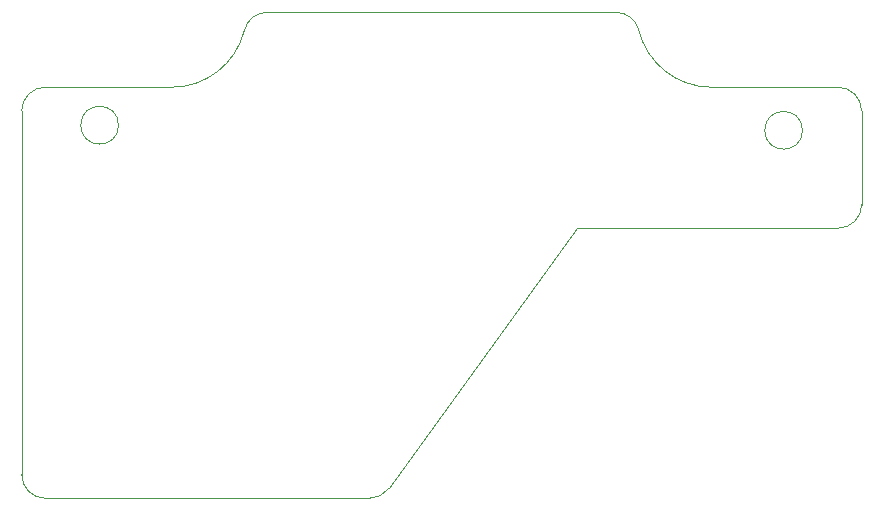
<source format=gko>
G04 #@! TF.FileFunction,Profile,NP*
%FSLAX46Y46*%
G04 Gerber Fmt 4.6, Leading zero omitted, Abs format (unit mm)*
G04 Created by KiCad (PCBNEW 4.0.0-rc1-stable) date 24.1.2017 20:57:19*
%MOMM*%
G01*
G04 APERTURE LIST*
%ADD10C,0.100000*%
G04 APERTURE END LIST*
D10*
X2056100Y47400D02*
G75*
G02X56100Y2047400I0J2000000D01*
G01*
X56100Y2047400D02*
X56100Y32845400D01*
X56100Y32845400D02*
G75*
G02X2056100Y34845400I2000000J0D01*
G01*
X2056100Y34845400D02*
X12756100Y34845400D01*
X18921259Y39674442D02*
G75*
G02X12756100Y34845400I-6165159J1520958D01*
G01*
X18921259Y39674442D02*
G75*
G02X20863041Y41195400I1941782J-479042D01*
G01*
X20863041Y41195400D02*
X50369159Y41195400D01*
X50369159Y41195400D02*
G75*
G02X52310941Y39674442I0J-2000000D01*
G01*
X58476100Y34845400D02*
G75*
G02X52310941Y39674442I0J6350000D01*
G01*
X69176100Y34845400D02*
X58476100Y34845400D01*
X69176100Y34845400D02*
G75*
G02X71176100Y32845400I0J-2000000D01*
G01*
X71176100Y24907400D02*
X71176100Y32845400D01*
X71176100Y24907400D02*
G75*
G02X69176100Y22907400I-2000000J0D01*
G01*
X69176100Y22907400D02*
X47054032Y22907400D01*
X47054032Y22907400D02*
X31134856Y876049D01*
X31134856Y876049D02*
G75*
G02X29513765Y47400I-1621091J1171351D01*
G01*
X29513765Y47400D02*
X2056100Y47400D01*
X8260100Y31633398D02*
G75*
G03X8260100Y31633398I-1600000J0D01*
G01*
X66172100Y31200400D02*
G75*
G03X66172100Y31200400I-1600000J0D01*
G01*
M02*

</source>
